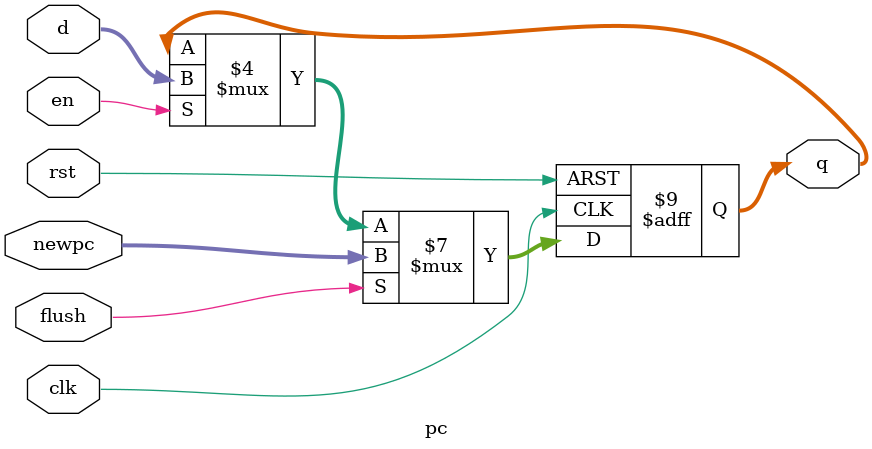
<source format=v>
`timescale 1ns / 1ps


module pc #(parameter WIDTH = 8)(
	input wire clk,rst,en,flush,
	input wire[WIDTH-1:0] d,
	input wire[WIDTH-1:0] newpc,
	output reg[WIDTH-1:0] q
    );

	initial begin
    	q<=32'hbfc00000;
	end

	always @(posedge clk, posedge rst) begin
		if(rst)
			q <= 32'hbfc00000;
		else if(flush)
			q <= newpc;
		else if(en)
			q <= d;
		else
  	      	q <= q;
	end
endmodule
</source>
